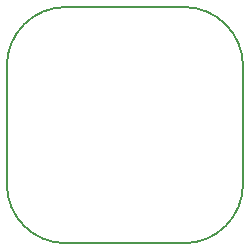
<source format=gko>
G04 DipTrace 3.2.0.1*
G04 09342-01_gorabn6_0_10.gko*
%MOIN*%
G04 #@! TF.FileFunction,Profile*
G04 #@! TF.Part,Single*
%ADD11C,0.005512*%
%FSLAX26Y26*%
G04*
G70*
G90*
G75*
G01*
G04 BoardOutline*
%LPD*%
X590850Y394000D2*
D11*
X984551D1*
G03X1181402Y590850I0J196850D01*
G01*
Y984551D1*
G03X984551Y1181402I-196850J0D01*
G01*
X590850D1*
G03X394000Y984551I0J-196850D01*
G01*
Y590850D1*
G03X590850Y394000I196850J0D01*
G01*
M02*

</source>
